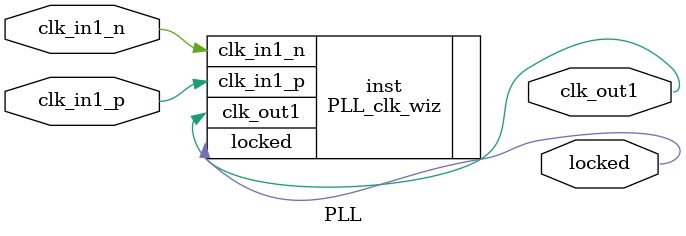
<source format=v>


`timescale 1ps/1ps

(* CORE_GENERATION_INFO = "PLL,clk_wiz_v6_0_13_0_0,{component_name=PLL,use_phase_alignment=true,use_min_o_jitter=false,use_max_i_jitter=false,use_dyn_phase_shift=false,use_inclk_switchover=false,use_dyn_reconfig=false,enable_axi=0,feedback_source=FDBK_AUTO,PRIMITIVE=PLL,num_out_clk=1,clkin1_period=5.000,clkin2_period=10.0,use_power_down=false,use_reset=false,use_locked=true,use_inclk_stopped=false,feedback_type=SINGLE,CLOCK_MGR_TYPE=NA,manual_override=false}" *)

module PLL 
 (
  // Clock out ports
  output        clk_out1,
  // Status and control signals
  output        locked,
 // Clock in ports
  input         clk_in1_p,
  input         clk_in1_n
 );

  PLL_clk_wiz inst
  (
  // Clock out ports  
  .clk_out1(clk_out1),
  // Status and control signals               
  .locked(locked),
 // Clock in ports
  .clk_in1_p(clk_in1_p),
  .clk_in1_n(clk_in1_n)
  );

endmodule

</source>
